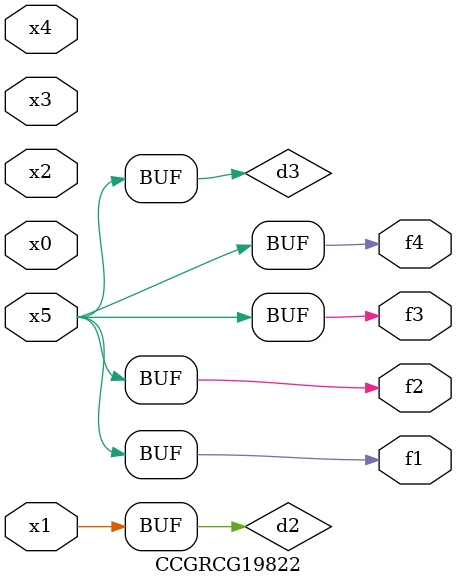
<source format=v>
module CCGRCG19822(
	input x0, x1, x2, x3, x4, x5,
	output f1, f2, f3, f4
);

	wire d1, d2, d3;

	not (d1, x5);
	or (d2, x1);
	xnor (d3, d1);
	assign f1 = d3;
	assign f2 = d3;
	assign f3 = d3;
	assign f4 = d3;
endmodule

</source>
